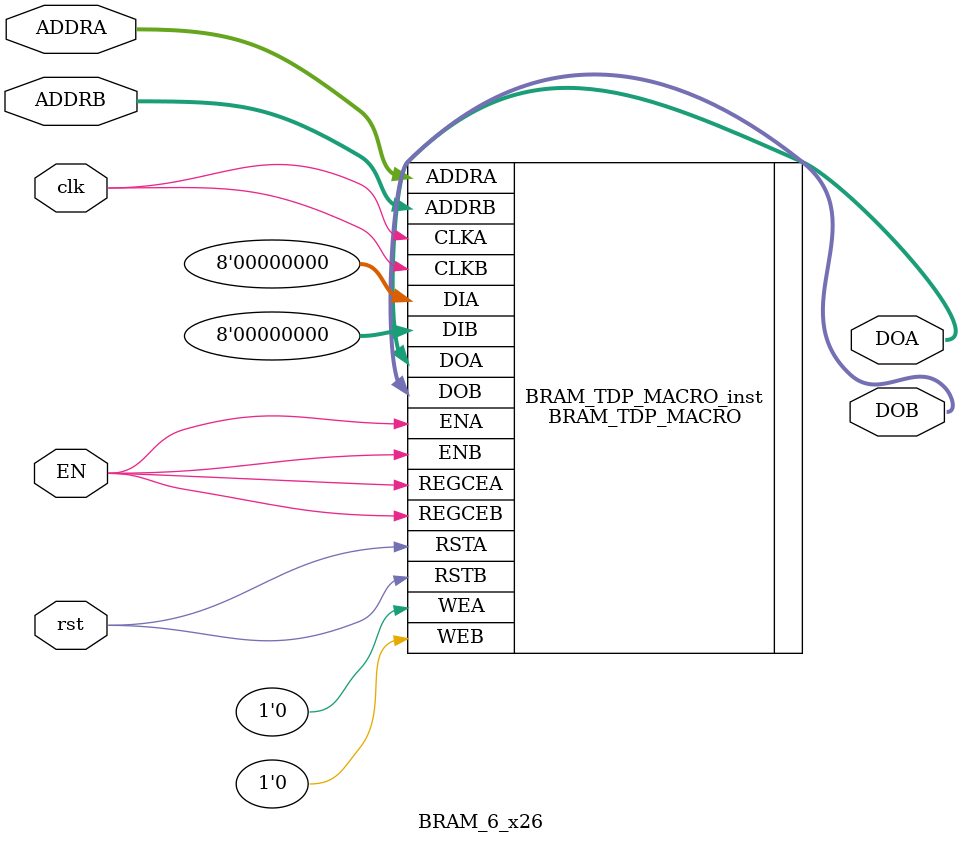
<source format=v>

module BRAM_6_x26(
    input [9:0] ADDRA,
    input [9:0] ADDRB,
    input clk,
    input rst, input EN,
    output [7:0] DOA,
    output [7:0] DOB
    );



// Spartan-6
// Xilinx HDL Libraries Guide, version 14.7
//////////////////////////////////////////////////////////////////////////
// DATA_WIDTH_A/B | BRAM_SIZE | RAM Depth | ADDRA/B Width | WEA/B Width //
// ===============|===========|===========|===============|=============//
// 19-36 | "18Kb" | 512 | 9-bit | 4-bit //
// 10-18 | "18Kb" | 1024 | 10-bit | 2-bit //
// 10-18 | "9Kb" | 512 | 9-bit | 2-bit //
// 5-9 | "18Kb" | 2048 | 11-bit | 1-bit //
// 5-9 | "9Kb" | 1024 | 10-bit | 1-bit //
// 3-4 | "18Kb" | 4096 | 12-bit | 1-bit //
// 3-4 | "9Kb" | 2048 | 11-bit | 1-bit //
// 2 | "18Kb" | 8192 | 13-bit | 1-bit //
// 2 | "9Kb" | 4096 | 12-bit | 1-bit //
// 1 | "18Kb" | 16384 | 14-bit | 1-bit //
// 1 | "9Kb" | 8192 | 12-bit | 1-bit //
//////////////////////////////////////////////////////////////////////////
BRAM_TDP_MACRO #(
	.BRAM_SIZE("9Kb"), // Target BRAM: "9Kb" or "18Kb"
	.DEVICE("SPARTAN6"), // Target device: "VIRTEX5", "VIRTEX6", "SPARTAN6"
	.DOA_REG(1), // Optional port A output register (0 or 1)
	.DOB_REG(1), // Optional port B output register (0 or 1)
	.INIT_A(36'h0123), // Initial values on port A output port
	.INIT_B(36'h3210), // Initial values on port B output port
	.INIT_FILE ("NONE"),
	.READ_WIDTH_A (8), // Valid values are 1-36
	.READ_WIDTH_B (8), // Valid values are 1-36
	.SIM_COLLISION_CHECK ("NONE"), // Collision check enable "ALL", "WARNING_ONLY",
	// "GENERATE_X_ONLY" or "NONE"
	.SRVAL_A(36'h00000000), // Set/Reset value for port A output
	.SRVAL_B(36'h00000000), // Set/Reset value for port B output
	.WRITE_MODE_A("WRITE_FIRST"), // "WRITE_FIRST", "READ_FIRST", or "NO_CHANGE"
	.WRITE_MODE_B("WRITE_FIRST"), // "WRITE_FIRST", "READ_FIRST", or "NO_CHANGE"
	.WRITE_WIDTH_A(8), // Valid values are 1-36
	.WRITE_WIDTH_B(8), // Valid values are 1-36
	
.INIT_00(256'hD161713F550039000E5E9D0050000F00B000EC00D0001E0079001600FC000100),
.INIT_01(256'h2DD6BF88FA00A400698FC8D102006F0030665E66D2002E0062003F000300CC00),
.INIT_02(256'hB21370CD0A3C04BC8D4FFC11B0000D0032DF0C5F7F80D300A7002A0050004F00),
.INIT_03(256'hD6DA26043D4201C272E031BE7A7EF57E54B958399B8005005A00E50049006400),
.INIT_04(256'hCA2E4470579C159C4B8DF6D30C007D001A006800B0005000110050005E008D00),
.INIT_05(256'hE704EBEAC8E00850FDC1C22F6E7C9DCC873777874EB02C001751D4E15DB00C00),
.INIT_06(256'hF01D1CC310A0302091DDCE83F4006700C19ED11E0780850096413541EA00DB00),
.INIT_07(256'h45492B2717A2B592BFEF62010E021FB2BAA928991F301F00761057A00FB0BC00),
.INIT_08(256'h2F9F8FC1ABFEC7FEF0A063FEAEFEF1FE4EFE12FE2EFEE0FE87FEE8FE02FEFFFE),
.INIT_09(256'hD328417604FE5AFE9771362FFCFE91FECE98A0982CFED0FE9CFEC1FEFDFE32FE),
.INIT_0A(256'h4CED8E33F4C2FA4273B102EF4EFEF3FECC21F2A1817E2DFE59FED4FEAEFEB1FE),
.INIT_0B(256'h2824D8FAC3BCFF3C8C1ECF4084800B80AA47A6C7657EFBFEA4FE1BFEB7FE9AFE),
.INIT_0C(256'h34D0BA8EA962EB62B573082DF2FE83FEE4FE96FE4EFEAEFEEFFEAEFEA0FE73FE),
.INIT_0D(256'h19FA1514361EF6AE033F3CD19082633279C98979B04ED2FEE9AF2A1FA34EF2FE),
.INIT_0E(256'h0EE3E23DEE5ECEDE6F23307D0AFE99FE3F602FE0F97E7BFE68BFCBBF14FE25FE),
.INIT_0F(256'hBBB7D5D9E95C4B6C41119CFFF0FCE14C4457D667E1CEE1FE88EEA95EF14E42FE),
.INIT_10(256'hE501D11FFC009D00431EDF00990050003E00DB007C00D200EE00A30070007600),
.INIT_11(256'h8B576849D6006000F447BF5965007B00BA0F880FE5009C00B30029003F00EE00),
.INIT_12(256'h0095E3029BCC2D457BADB9B3C8005F00776245EB04897D003F002C007B002300),
.INIT_13(256'h7F554BC2A05AC1D3DD62C87C25966596746D91E41A89B400E5002100B3003C00),
.INIT_14(256'hF717A3090C620D62226ADE741A00B3001C009900C8000600DD00F000D500B300),
.INIT_15(256'h50EBE9CF2A0DC6375C994DBDEA6FAE5504F06CCA083A2B001CFFDCC5C33A4800),
.INIT_16(256'h9BC61851A7AE7127939C318287007000DC278EAE7C8965008545F64512002A00),
.INIT_17(256'h2DAC43019057ABE4FCF9B3DD66F97CC343D7FC643BB3CF00C3BA5D80833A5600),
.INIT_18(256'h1BFF2FE102FE63FEBDE021FE67FEAEFEC0FE25FE82FE2CFE10FE5DFE8EFE88FE),
.INIT_19(256'h75A996B728FE9EFE0AB941A79BFE85FE44F176F11BFE62FE4DFED7FEC1FE10FE),
.INIT_1A(256'hFE6B1DFC6532D3BB8553474D36FEA1FE899CBB15FA7783FEC1FED2FE85FEDDFE),
.INIT_1B(256'h81ABB53C5EA43F2D239C3682DB689B688A936F1AE4774AFE1BFEDFFE4DFEC2FE),
.INIT_1C(256'h09E95DF7F29CF39CDC94208AE4FE4DFEE2FE67FE36FEF8FE23FE0EFE2BFE4DFE),
.INIT_1D(256'hAE151731D4F338C9A267B343149150ABFA0E9234F6C4D5FEE201223B3DC4B6FE),
.INIT_1E(256'h6538E6AF59508FD96D62CF7C79FE8EFE22D9705082779BFE7BBB08BBECFED4FE),
.INIT_1F(256'hD352BDFF6EA9551A02074D239807823DBD29029AC54D31FE3D44A37E7DC4A8FE),


	
	//===============================================================================
	
	.INIT_20(256'h0000000000000000000000000000000000000000000000000000000000000000),
	.INIT_21(256'h0000000000000000000000000000000000000000000000000000000000000000),
	.INIT_22(256'h0000000000000000000000000000000000000000000000000000000000000000),
	.INIT_23(256'h0000000000000000000000000000000000000000000000000000000000000000),
	.INIT_24(256'h0000000000000000000000000000000000000000000000000000000000000000),
	.INIT_25(256'h0000000000000000000000000000000000000000000000000000000000000000),
	.INIT_26(256'h0000000000000000000000000000000000000000000000000000000000000000),
	.INIT_27(256'h0000000000000000000000000000000000000000000000000000000000000000),
	.INIT_28(256'h0000000000000000000000000000000000000000000000000000000000000000),
	.INIT_29(256'h0000000000000000000000000000000000000000000000000000000000000000),
	.INIT_2A(256'h0000000000000000000000000000000000000000000000000000000000000000),
	.INIT_2B(256'h0000000000000000000000000000000000000000000000000000000000000000),
	.INIT_2C(256'h0000000000000000000000000000000000000000000000000000000000000000),
	.INIT_2D(256'h0000000000000000000000000000000000000000000000000000000000000000),
	.INIT_2E(256'h0000000000000000000000000000000000000000000000000000000000000000),
	.INIT_2F(256'h0000000000000000000000000000000000000000000000000000000000000000),
	.INIT_30(256'h0000000000000000000000000000000000000000000000000000000000000000),
	.INIT_31(256'h0000000000000000000000000000000000000000000000000000000000000000),
	.INIT_32(256'h0000000000000000000000000000000000000000000000000000000000000000),
	.INIT_33(256'h0000000000000000000000000000000000000000000000000000000000000000),
	.INIT_34(256'h0000000000000000000000000000000000000000000000000000000000000000),
	.INIT_35(256'h0000000000000000000000000000000000000000000000000000000000000000),
	.INIT_36(256'h0000000000000000000000000000000000000000000000000000000000000000),
	.INIT_37(256'h0000000000000000000000000000000000000000000000000000000000000000),
	.INIT_38(256'h0000000000000000000000000000000000000000000000000000000000000000),
	.INIT_39(256'h0000000000000000000000000000000000000000000000000000000000000000),
	.INIT_3A(256'h0000000000000000000000000000000000000000000000000000000000000000),
	.INIT_3B(256'h0000000000000000000000000000000000000000000000000000000000000000),
	.INIT_3C(256'h0000000000000000000000000000000000000000000000000000000000000000),
	.INIT_3D(256'h0000000000000000000000000000000000000000000000000000000000000000),
	.INIT_3E(256'h0000000000000000000000000000000000000000000000000000000000000000),
	.INIT_3F(256'h0000000000000000000000000000000000000000000000000000000000000000),


	// The next set of INITP_xx are for the parity bits
	.INITP_00(256'h0000000000000000000000000000000000000000000000000000000000000000),
	.INITP_01(256'h0000000000000000000000000000000000000000000000000000000000000000),
	.INITP_02(256'h0000000000000000000000000000000000000000000000000000000000000000),
	.INITP_03(256'h0000000000000000000000000000000000000000000000000000000000000000),
	// The next set of INITP_xx are for "18Kb" configuration only
	.INITP_04(256'h0000000000000000000000000000000000000000000000000000000000000000),
	.INITP_05(256'h0000000000000000000000000000000000000000000000000000000000000000),
	.INITP_06(256'h0000000000000000000000000000000000000000000000000000000000000000),
	.INITP_07(256'h0000000000000000000000000000000000000000000000000000000000000000)
) BRAM_TDP_MACRO_inst (
	.DOA(DOA), // Output port-A data, width defined by READ_WIDTH_A parameter
	.DOB(DOB), // Output port-B data, width defined by READ_WIDTH_B parameter
	.ADDRA(ADDRA), // Input port-A address, width defined by Port A depth
	.ADDRB(ADDRB), // Input port-B address, width defined by Port B depth
	.CLKA(clk), // 1-bit input port-A clock
	.CLKB(clk), // 1-bit input port-B clock
	.DIA(8'h0), // Input port-A data, width defined by WRITE_WIDTH_A parameter
	.DIB(8'h0), // Input port-B data, width defined by WRITE_WIDTH_B parameter
	.ENA(EN), // 1-bit input port-A enable
	.ENB(EN), // 1-bit input port-B enable
	.REGCEA(EN), // 1-bit input port-A output register enable
	.REGCEB(EN), // 1-bit input port-B output register enable
	.RSTA(rst), // 1-bit input port-A reset
	.RSTB(rst), // 1-bit input port-B reset
	.WEA(1'b0), // Input port-A write enable, width defined by Port A depth
	.WEB(1'b0) // Input port-B write enable, width defined by Port B depth
);
// End of BRAM_TDP_MACRO_inst instantiation
endmodule

</source>
